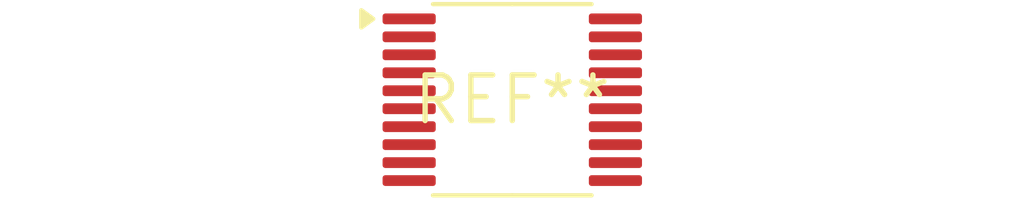
<source format=kicad_pcb>
(kicad_pcb (version 20240108) (generator pcbnew)
  (layers (0 "F.Cu" signal) (31 "B.Cu" signal) (34 "B.Paste" user) (35 "F.Paste" user) (36 "B.SilkS" user "B.Silkscreen") (37 "F.SilkS" user "F.Silkscreen") (38 "B.Mask" user) (39 "F.Mask" user) (44 "Edge.Cuts" user))
  (net 0 "")
  (footprint "TSSOP-20_4.4x5mm_P0.5mm" (layer "F.Cu") (at 0 0)
    (property "Reference" "REF**")
    (property "Value" "TSSOP-20_4.4x5mm_P0.5mm")
    (fp_line (start 0 -2.66) (end -2.2 -2.66) (layer "F.SilkS") (stroke (width 0.12)))
    (fp_line (start 0 -2.66) (end 2.2 -2.66) (layer "F.SilkS") (stroke (width 0.12)))
    (fp_line (start 0 2.66) (end -2.2 2.66) (layer "F.SilkS") (stroke (width 0.12)))
    (fp_line (start 0 2.66) (end 2.2 2.66) (layer "F.SilkS") (stroke (width 0.12)))
    (fp_poly (pts (xy -3.86 -2.25) (xy -4.19 -2.49) (xy -4.19 -2.01) (xy -3.86 -2.25)) (layer "F.SilkS") (stroke (width 0.12)) (fill solid))
    (pad "1" smd roundrect (at -2.8625 -2.25) (size 1.475 0.3) (layers "F.Cu" "F.Paste" "F.Mask"))
    (pad "2" smd roundrect (at -2.8625 -1.75) (size 1.475 0.3) (layers "F.Cu" "F.Paste" "F.Mask"))
    (pad "3" smd roundrect (at -2.8625 -1.25) (size 1.475 0.3) (layers "F.Cu" "F.Paste" "F.Mask"))
    (pad "4" smd roundrect (at -2.8625 -0.75) (size 1.475 0.3) (layers "F.Cu" "F.Paste" "F.Mask"))
    (pad "5" smd roundrect (at -2.8625 -0.25) (size 1.475 0.3) (layers "F.Cu" "F.Paste" "F.Mask"))
    (pad "6" smd roundrect (at -2.8625 0.25) (size 1.475 0.3) (layers "F.Cu" "F.Paste" "F.Mask"))
    (pad "7" smd roundrect (at -2.8625 0.75) (size 1.475 0.3) (layers "F.Cu" "F.Paste" "F.Mask"))
    (pad "8" smd roundrect (at -2.8625 1.25) (size 1.475 0.3) (layers "F.Cu" "F.Paste" "F.Mask"))
    (pad "9" smd roundrect (at -2.8625 1.75) (size 1.475 0.3) (layers "F.Cu" "F.Paste" "F.Mask"))
    (pad "10" smd roundrect (at -2.8625 2.25) (size 1.475 0.3) (layers "F.Cu" "F.Paste" "F.Mask"))
    (pad "11" smd roundrect (at 2.8625 2.25) (size 1.475 0.3) (layers "F.Cu" "F.Paste" "F.Mask"))
    (pad "12" smd roundrect (at 2.8625 1.75) (size 1.475 0.3) (layers "F.Cu" "F.Paste" "F.Mask"))
    (pad "13" smd roundrect (at 2.8625 1.25) (size 1.475 0.3) (layers "F.Cu" "F.Paste" "F.Mask"))
    (pad "14" smd roundrect (at 2.8625 0.75) (size 1.475 0.3) (layers "F.Cu" "F.Paste" "F.Mask"))
    (pad "15" smd roundrect (at 2.8625 0.25) (size 1.475 0.3) (layers "F.Cu" "F.Paste" "F.Mask"))
    (pad "16" smd roundrect (at 2.8625 -0.25) (size 1.475 0.3) (layers "F.Cu" "F.Paste" "F.Mask"))
    (pad "17" smd roundrect (at 2.8625 -0.75) (size 1.475 0.3) (layers "F.Cu" "F.Paste" "F.Mask"))
    (pad "18" smd roundrect (at 2.8625 -1.25) (size 1.475 0.3) (layers "F.Cu" "F.Paste" "F.Mask"))
    (pad "19" smd roundrect (at 2.8625 -1.75) (size 1.475 0.3) (layers "F.Cu" "F.Paste" "F.Mask"))
    (pad "20" smd roundrect (at 2.8625 -2.25) (size 1.475 0.3) (layers "F.Cu" "F.Paste" "F.Mask"))
  )
)
</source>
